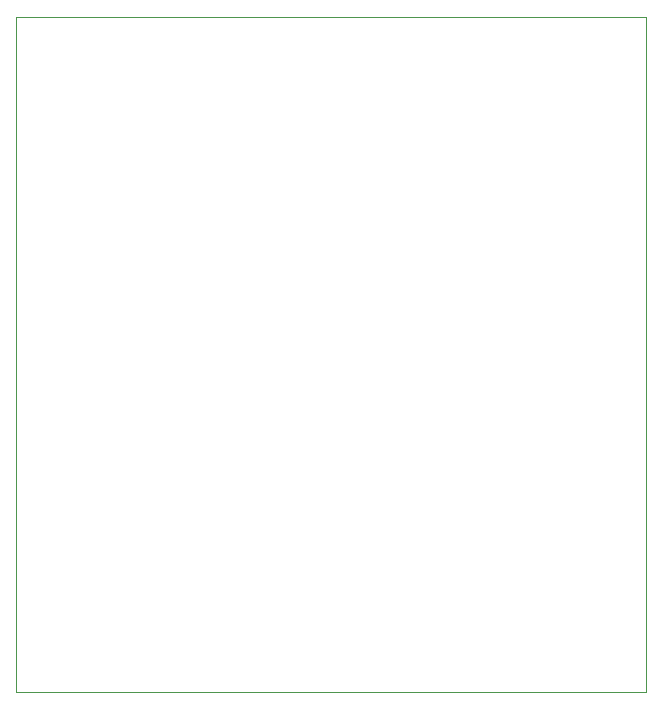
<source format=gbr>
%TF.GenerationSoftware,KiCad,Pcbnew,(6.0.9)*%
%TF.CreationDate,2023-01-22T20:12:46-05:00*%
%TF.ProjectId,Temps_South_DCT_HSK,54656d70-735f-4536-9f75-74685f444354,rev?*%
%TF.SameCoordinates,Original*%
%TF.FileFunction,Profile,NP*%
%FSLAX46Y46*%
G04 Gerber Fmt 4.6, Leading zero omitted, Abs format (unit mm)*
G04 Created by KiCad (PCBNEW (6.0.9)) date 2023-01-22 20:12:46*
%MOMM*%
%LPD*%
G01*
G04 APERTURE LIST*
%TA.AperFunction,Profile*%
%ADD10C,0.100000*%
%TD*%
G04 APERTURE END LIST*
D10*
X91440000Y-46990000D02*
X144780000Y-46990000D01*
X144780000Y-46990000D02*
X144780000Y-104140000D01*
X144780000Y-104140000D02*
X91440000Y-104140000D01*
X91440000Y-104140000D02*
X91440000Y-46990000D01*
M02*

</source>
